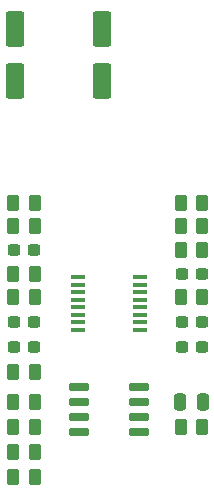
<source format=gbr>
%TF.GenerationSoftware,KiCad,Pcbnew,(6.0.11)*%
%TF.CreationDate,2023-01-31T16:53:48+00:00*%
%TF.ProjectId,Quilter,5175696c-7465-4722-9e6b-696361645f70,rev?*%
%TF.SameCoordinates,Original*%
%TF.FileFunction,Paste,Top*%
%TF.FilePolarity,Positive*%
%FSLAX46Y46*%
G04 Gerber Fmt 4.6, Leading zero omitted, Abs format (unit mm)*
G04 Created by KiCad (PCBNEW (6.0.11)) date 2023-01-31 16:53:48*
%MOMM*%
%LPD*%
G01*
G04 APERTURE LIST*
G04 Aperture macros list*
%AMRoundRect*
0 Rectangle with rounded corners*
0 $1 Rounding radius*
0 $2 $3 $4 $5 $6 $7 $8 $9 X,Y pos of 4 corners*
0 Add a 4 corners polygon primitive as box body*
4,1,4,$2,$3,$4,$5,$6,$7,$8,$9,$2,$3,0*
0 Add four circle primitives for the rounded corners*
1,1,$1+$1,$2,$3*
1,1,$1+$1,$4,$5*
1,1,$1+$1,$6,$7*
1,1,$1+$1,$8,$9*
0 Add four rect primitives between the rounded corners*
20,1,$1+$1,$2,$3,$4,$5,0*
20,1,$1+$1,$4,$5,$6,$7,0*
20,1,$1+$1,$6,$7,$8,$9,0*
20,1,$1+$1,$8,$9,$2,$3,0*%
G04 Aperture macros list end*
%ADD10RoundRect,0.250000X-0.262500X-0.450000X0.262500X-0.450000X0.262500X0.450000X-0.262500X0.450000X0*%
%ADD11RoundRect,0.237500X-0.300000X-0.237500X0.300000X-0.237500X0.300000X0.237500X-0.300000X0.237500X0*%
%ADD12RoundRect,0.237500X0.300000X0.237500X-0.300000X0.237500X-0.300000X-0.237500X0.300000X-0.237500X0*%
%ADD13RoundRect,0.250000X0.262500X0.450000X-0.262500X0.450000X-0.262500X-0.450000X0.262500X-0.450000X0*%
%ADD14RoundRect,0.150000X-0.725000X-0.150000X0.725000X-0.150000X0.725000X0.150000X-0.725000X0.150000X0*%
%ADD15R,1.200000X0.400000*%
%ADD16RoundRect,0.250000X-0.250000X-0.475000X0.250000X-0.475000X0.250000X0.475000X-0.250000X0.475000X0*%
%ADD17RoundRect,0.250000X-0.550000X1.250000X-0.550000X-1.250000X0.550000X-1.250000X0.550000X1.250000X0*%
%ADD18RoundRect,0.250000X0.550000X-1.250000X0.550000X1.250000X-0.550000X1.250000X-0.550000X-1.250000X0*%
G04 APERTURE END LIST*
D10*
%TO.C,R14*%
X72087500Y-60500000D03*
X73912500Y-60500000D03*
%TD*%
D11*
%TO.C,C6*%
X57937500Y-72700000D03*
X59662500Y-72700000D03*
%TD*%
D12*
%TO.C,C5*%
X73862500Y-72700000D03*
X72137500Y-72700000D03*
%TD*%
%TO.C,C4*%
X73862500Y-70600000D03*
X72137500Y-70600000D03*
%TD*%
D11*
%TO.C,C3*%
X57937500Y-64500000D03*
X59662500Y-64500000D03*
%TD*%
%TO.C,C9*%
X72137500Y-66500000D03*
X73862500Y-66500000D03*
%TD*%
%TO.C,C7*%
X57937500Y-70600000D03*
X59662500Y-70600000D03*
%TD*%
D13*
%TO.C,R13*%
X59712500Y-74800000D03*
X57887500Y-74800000D03*
%TD*%
%TO.C,R4*%
X59712500Y-66500000D03*
X57887500Y-66500000D03*
%TD*%
D10*
%TO.C,R3*%
X57887500Y-60500000D03*
X59712500Y-60500000D03*
%TD*%
D13*
%TO.C,R2*%
X59712500Y-68500000D03*
X57887500Y-68500000D03*
%TD*%
%TO.C,R1*%
X59712500Y-62500000D03*
X57887500Y-62500000D03*
%TD*%
D14*
%TO.C,U2*%
X63425000Y-76095000D03*
X63425000Y-77365000D03*
X63425000Y-78635000D03*
X63425000Y-79905000D03*
X68575000Y-79905000D03*
X68575000Y-78635000D03*
X68575000Y-77365000D03*
X68575000Y-76095000D03*
%TD*%
D15*
%TO.C,U1*%
X68600000Y-66777500D03*
X68600000Y-67412500D03*
X68600000Y-68047500D03*
X68600000Y-68682500D03*
X68600000Y-69317500D03*
X68600000Y-69952500D03*
X68600000Y-70587500D03*
X68600000Y-71222500D03*
X63400000Y-71222500D03*
X63400000Y-70587500D03*
X63400000Y-69952500D03*
X63400000Y-69317500D03*
X63400000Y-68682500D03*
X63400000Y-68047500D03*
X63400000Y-67412500D03*
X63400000Y-66777500D03*
%TD*%
D13*
%TO.C,R12*%
X73912500Y-68500000D03*
X72087500Y-68500000D03*
%TD*%
D10*
%TO.C,R11*%
X72087500Y-62500000D03*
X73912500Y-62500000D03*
%TD*%
D13*
%TO.C,R10*%
X72087500Y-64500000D03*
X73912500Y-64500000D03*
%TD*%
D10*
%TO.C,R9*%
X59712500Y-77400000D03*
X57887500Y-77400000D03*
%TD*%
%TO.C,R8*%
X59712500Y-83700000D03*
X57887500Y-83700000D03*
%TD*%
D13*
%TO.C,R7*%
X59712500Y-81600000D03*
X57887500Y-81600000D03*
%TD*%
%TO.C,R6*%
X59712500Y-79500000D03*
X57887500Y-79500000D03*
%TD*%
D10*
%TO.C,R5*%
X72087500Y-79500000D03*
X73912500Y-79500000D03*
%TD*%
D16*
%TO.C,C8*%
X72050000Y-77400000D03*
X73950000Y-77400000D03*
%TD*%
D17*
%TO.C,C2*%
X65400000Y-45800000D03*
X65400000Y-50200000D03*
%TD*%
D18*
%TO.C,C1*%
X58000000Y-45800000D03*
X58000000Y-50200000D03*
%TD*%
M02*

</source>
